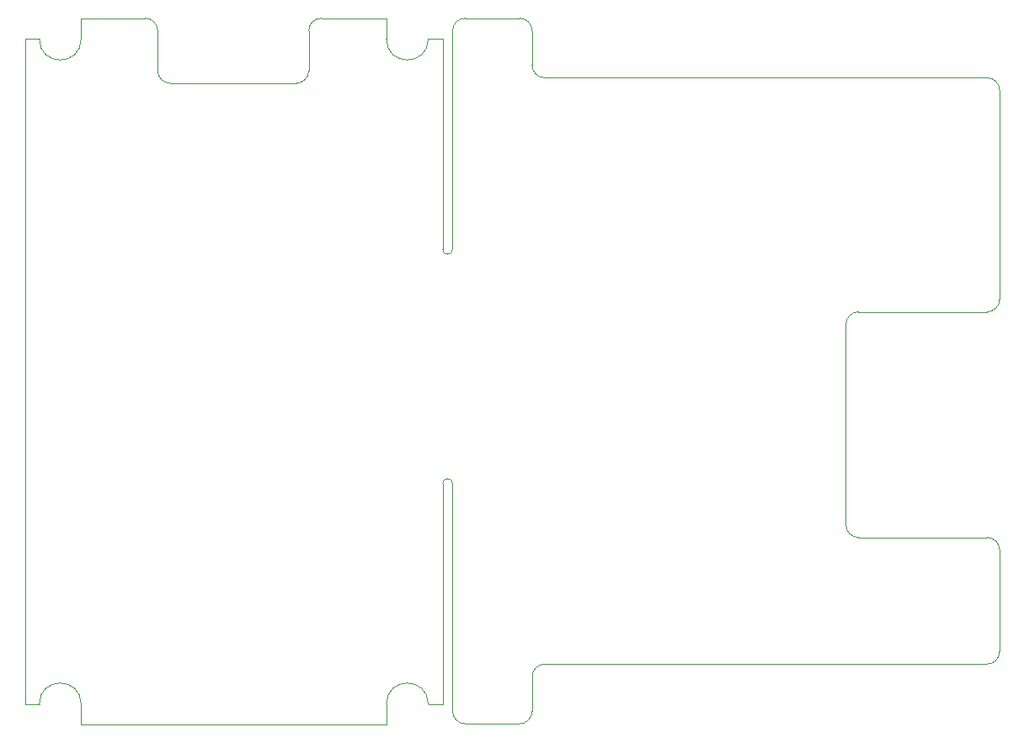
<source format=gko>
G04*
G04 #@! TF.GenerationSoftware,Altium Limited,Altium Designer,21.2.1 (34)*
G04*
G04 Layer_Color=16711935*
%FSLAX43Y43*%
%MOMM*%
G71*
G04*
G04 #@! TF.SameCoordinates,D37F3DA0-8DBA-475A-B69E-14A0DF471598*
G04*
G04*
G04 #@! TF.FilePolarity,Positive*
G04*
G01*
G75*
%ADD10C,0.100*%
D10*
X101796Y65877D02*
G03*
X100526Y67147I-1270J0D01*
G01*
X54796Y68417D02*
G03*
X56066Y67147I1270J0D01*
G01*
X54796Y71872D02*
G03*
X53526Y73142I-1270J0D01*
G01*
X100526Y8147D02*
G03*
X101796Y9417I0J1270D01*
G01*
X56066Y8147D02*
G03*
X54796Y6877I0J-1270D01*
G01*
X53526Y2147D02*
G03*
X54796Y3417I0J1270D01*
G01*
X46796D02*
G03*
X48066Y2147I1270J0D01*
G01*
X101796Y19627D02*
G03*
X100526Y20897I-1270J0D01*
G01*
X86336Y22167D02*
G03*
X87606Y20897I1270J0D01*
G01*
Y43597D02*
G03*
X86336Y42327I0J-1270D01*
G01*
X100526Y43597D02*
G03*
X101796Y44867I0J1270D01*
G01*
Y65877D02*
G03*
X100526Y67147I-1270J0D01*
G01*
X45796Y49886D02*
G03*
X46796Y49886I500J0D01*
G01*
Y26314D02*
G03*
X45796Y26314I-500J0D01*
G01*
X48066Y73142D02*
G03*
X46796Y71872I0J-1270D01*
G01*
X17145D02*
G03*
X15875Y73142I-1270J0D01*
G01*
X17145Y67869D02*
G03*
X18415Y66599I1270J0D01*
G01*
X31064D02*
G03*
X32334Y67869I0J1270D01*
G01*
X33604Y73142D02*
G03*
X32334Y71872I0J-1270D01*
G01*
X9446Y4142D02*
G03*
X5246Y4142I-2100J0D01*
G01*
X44346D02*
G03*
X40146Y4142I-2100J0D01*
G01*
X5246Y71042D02*
G03*
X9446Y71042I2100J0D01*
G01*
X40146D02*
G03*
X44346Y71042I2100J0D01*
G01*
X54796Y68417D02*
Y71872D01*
X48066Y73142D02*
X53526D01*
X54796Y3417D02*
Y6877D01*
X48066Y2147D02*
X53526D01*
X56066Y8147D02*
X100526Y8147D01*
X101796Y9417D02*
Y19627D01*
X87606Y20897D02*
X100526D01*
X86336Y22167D02*
Y42327D01*
X87606Y43597D02*
X100526D01*
X101796Y65877D02*
X101796Y44867D01*
X56066Y67147D02*
X100526Y67147D01*
X46796Y3417D02*
Y26314D01*
X45796Y49886D02*
Y71042D01*
X46796Y49886D02*
Y71872D01*
X45796Y4142D02*
Y26314D01*
X9446Y73142D02*
X15875D01*
X17145Y67869D02*
Y71872D01*
X18415Y66599D02*
X31064D01*
X32334Y67869D02*
Y71872D01*
X33604Y73142D02*
X40146D01*
X9446Y2042D02*
X40146D01*
X44346Y4142D02*
X45796D01*
X3796D02*
X5246D01*
X44346Y71042D02*
X45796D01*
X3796D02*
X5246D01*
X3796Y4142D02*
Y71042D01*
X9446Y2042D02*
Y4142D01*
X40146Y2042D02*
Y4142D01*
X9446Y71042D02*
Y73142D01*
X40146Y71042D02*
Y73142D01*
M02*

</source>
